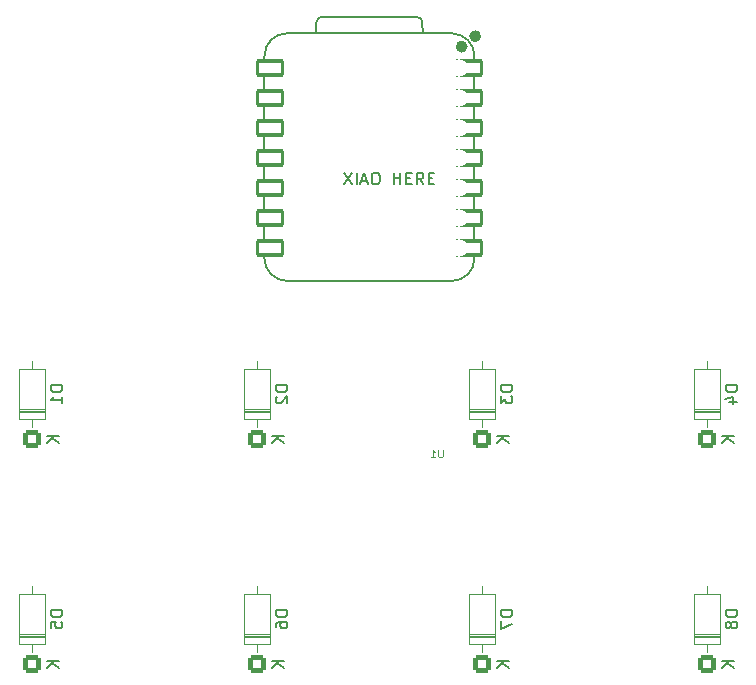
<source format=gbo>
G04 #@! TF.GenerationSoftware,KiCad,Pcbnew,9.0.2*
G04 #@! TF.CreationDate,2025-06-09T08:41:51+05:30*
G04 #@! TF.ProjectId,DevBuddy,44657642-7564-4647-992e-6b696361645f,rev?*
G04 #@! TF.SameCoordinates,Original*
G04 #@! TF.FileFunction,Legend,Bot*
G04 #@! TF.FilePolarity,Positive*
%FSLAX46Y46*%
G04 Gerber Fmt 4.6, Leading zero omitted, Abs format (unit mm)*
G04 Created by KiCad (PCBNEW 9.0.2) date 2025-06-09 08:41:51*
%MOMM*%
%LPD*%
G01*
G04 APERTURE LIST*
G04 Aperture macros list*
%AMRoundRect*
0 Rectangle with rounded corners*
0 $1 Rounding radius*
0 $2 $3 $4 $5 $6 $7 $8 $9 X,Y pos of 4 corners*
0 Add a 4 corners polygon primitive as box body*
4,1,4,$2,$3,$4,$5,$6,$7,$8,$9,$2,$3,0*
0 Add four circle primitives for the rounded corners*
1,1,$1+$1,$2,$3*
1,1,$1+$1,$4,$5*
1,1,$1+$1,$6,$7*
1,1,$1+$1,$8,$9*
0 Add four rect primitives between the rounded corners*
20,1,$1+$1,$2,$3,$4,$5,0*
20,1,$1+$1,$4,$5,$6,$7,0*
20,1,$1+$1,$6,$7,$8,$9,0*
20,1,$1+$1,$8,$9,$2,$3,0*%
G04 Aperture macros list end*
%ADD10C,0.150000*%
%ADD11C,0.101600*%
%ADD12C,0.127000*%
%ADD13C,0.100000*%
%ADD14C,0.504000*%
%ADD15C,0.120000*%
%ADD16RoundRect,0.152400X-1.063600X-0.609600X1.063600X-0.609600X1.063600X0.609600X-1.063600X0.609600X0*%
%ADD17C,1.524000*%
%ADD18RoundRect,0.152400X1.063600X0.609600X-1.063600X0.609600X-1.063600X-0.609600X1.063600X-0.609600X0*%
%ADD19R,1.700000X1.700000*%
%ADD20O,1.700000X1.700000*%
%ADD21C,2.000000*%
%ADD22R,3.200000X2.000000*%
%ADD23R,2.000000X2.000000*%
%ADD24C,2.200000*%
%ADD25C,1.700000*%
%ADD26C,4.000000*%
%ADD27C,1.600000*%
%ADD28RoundRect,0.250000X0.550000X-0.550000X0.550000X0.550000X-0.550000X0.550000X-0.550000X-0.550000X0*%
G04 APERTURE END LIST*
D10*
X119304041Y-89357319D02*
X119970707Y-90357319D01*
X119970707Y-89357319D02*
X119304041Y-90357319D01*
X120351660Y-90357319D02*
X120351660Y-89357319D01*
X120780231Y-90071604D02*
X121256421Y-90071604D01*
X120684993Y-90357319D02*
X121018326Y-89357319D01*
X121018326Y-89357319D02*
X121351659Y-90357319D01*
X121875469Y-89357319D02*
X122065945Y-89357319D01*
X122065945Y-89357319D02*
X122161183Y-89404938D01*
X122161183Y-89404938D02*
X122256421Y-89500176D01*
X122256421Y-89500176D02*
X122304040Y-89690652D01*
X122304040Y-89690652D02*
X122304040Y-90023985D01*
X122304040Y-90023985D02*
X122256421Y-90214461D01*
X122256421Y-90214461D02*
X122161183Y-90309700D01*
X122161183Y-90309700D02*
X122065945Y-90357319D01*
X122065945Y-90357319D02*
X121875469Y-90357319D01*
X121875469Y-90357319D02*
X121780231Y-90309700D01*
X121780231Y-90309700D02*
X121684993Y-90214461D01*
X121684993Y-90214461D02*
X121637374Y-90023985D01*
X121637374Y-90023985D02*
X121637374Y-89690652D01*
X121637374Y-89690652D02*
X121684993Y-89500176D01*
X121684993Y-89500176D02*
X121780231Y-89404938D01*
X121780231Y-89404938D02*
X121875469Y-89357319D01*
X123494517Y-90357319D02*
X123494517Y-89357319D01*
X123494517Y-89833509D02*
X124065945Y-89833509D01*
X124065945Y-90357319D02*
X124065945Y-89357319D01*
X124542136Y-89833509D02*
X124875469Y-89833509D01*
X125018326Y-90357319D02*
X124542136Y-90357319D01*
X124542136Y-90357319D02*
X124542136Y-89357319D01*
X124542136Y-89357319D02*
X125018326Y-89357319D01*
X126018326Y-90357319D02*
X125684993Y-89881128D01*
X125446898Y-90357319D02*
X125446898Y-89357319D01*
X125446898Y-89357319D02*
X125827850Y-89357319D01*
X125827850Y-89357319D02*
X125923088Y-89404938D01*
X125923088Y-89404938D02*
X125970707Y-89452557D01*
X125970707Y-89452557D02*
X126018326Y-89547795D01*
X126018326Y-89547795D02*
X126018326Y-89690652D01*
X126018326Y-89690652D02*
X125970707Y-89785890D01*
X125970707Y-89785890D02*
X125923088Y-89833509D01*
X125923088Y-89833509D02*
X125827850Y-89881128D01*
X125827850Y-89881128D02*
X125446898Y-89881128D01*
X126446898Y-89833509D02*
X126780231Y-89833509D01*
X126923088Y-90357319D02*
X126446898Y-90357319D01*
X126446898Y-90357319D02*
X126446898Y-89357319D01*
X126446898Y-89357319D02*
X126923088Y-89357319D01*
D11*
X127642559Y-112838479D02*
X127642559Y-113352526D01*
X127642559Y-113352526D02*
X127612321Y-113413002D01*
X127612321Y-113413002D02*
X127582083Y-113443241D01*
X127582083Y-113443241D02*
X127521607Y-113473479D01*
X127521607Y-113473479D02*
X127400654Y-113473479D01*
X127400654Y-113473479D02*
X127340178Y-113443241D01*
X127340178Y-113443241D02*
X127309940Y-113413002D01*
X127309940Y-113413002D02*
X127279702Y-113352526D01*
X127279702Y-113352526D02*
X127279702Y-112838479D01*
X126644702Y-113473479D02*
X127007559Y-113473479D01*
X126826131Y-113473479D02*
X126826131Y-112838479D01*
X126826131Y-112838479D02*
X126886607Y-112929193D01*
X126886607Y-112929193D02*
X126947083Y-112989669D01*
X126947083Y-112989669D02*
X127007559Y-113019907D01*
D10*
X95443569Y-126420655D02*
X94443569Y-126420655D01*
X94443569Y-126420655D02*
X94443569Y-126658750D01*
X94443569Y-126658750D02*
X94491188Y-126801607D01*
X94491188Y-126801607D02*
X94586426Y-126896845D01*
X94586426Y-126896845D02*
X94681664Y-126944464D01*
X94681664Y-126944464D02*
X94872140Y-126992083D01*
X94872140Y-126992083D02*
X95014997Y-126992083D01*
X95014997Y-126992083D02*
X95205473Y-126944464D01*
X95205473Y-126944464D02*
X95300711Y-126896845D01*
X95300711Y-126896845D02*
X95395950Y-126801607D01*
X95395950Y-126801607D02*
X95443569Y-126658750D01*
X95443569Y-126658750D02*
X95443569Y-126420655D01*
X94443569Y-127896845D02*
X94443569Y-127420655D01*
X94443569Y-127420655D02*
X94919759Y-127373036D01*
X94919759Y-127373036D02*
X94872140Y-127420655D01*
X94872140Y-127420655D02*
X94824521Y-127515893D01*
X94824521Y-127515893D02*
X94824521Y-127753988D01*
X94824521Y-127753988D02*
X94872140Y-127849226D01*
X94872140Y-127849226D02*
X94919759Y-127896845D01*
X94919759Y-127896845D02*
X95014997Y-127944464D01*
X95014997Y-127944464D02*
X95253092Y-127944464D01*
X95253092Y-127944464D02*
X95348330Y-127896845D01*
X95348330Y-127896845D02*
X95395950Y-127849226D01*
X95395950Y-127849226D02*
X95443569Y-127753988D01*
X95443569Y-127753988D02*
X95443569Y-127515893D01*
X95443569Y-127515893D02*
X95395950Y-127420655D01*
X95395950Y-127420655D02*
X95348330Y-127373036D01*
X95123569Y-130706845D02*
X94123569Y-130706845D01*
X95123569Y-131278273D02*
X94552140Y-130849702D01*
X94123569Y-131278273D02*
X94694997Y-130706845D01*
X114493569Y-126420655D02*
X113493569Y-126420655D01*
X113493569Y-126420655D02*
X113493569Y-126658750D01*
X113493569Y-126658750D02*
X113541188Y-126801607D01*
X113541188Y-126801607D02*
X113636426Y-126896845D01*
X113636426Y-126896845D02*
X113731664Y-126944464D01*
X113731664Y-126944464D02*
X113922140Y-126992083D01*
X113922140Y-126992083D02*
X114064997Y-126992083D01*
X114064997Y-126992083D02*
X114255473Y-126944464D01*
X114255473Y-126944464D02*
X114350711Y-126896845D01*
X114350711Y-126896845D02*
X114445950Y-126801607D01*
X114445950Y-126801607D02*
X114493569Y-126658750D01*
X114493569Y-126658750D02*
X114493569Y-126420655D01*
X113493569Y-127849226D02*
X113493569Y-127658750D01*
X113493569Y-127658750D02*
X113541188Y-127563512D01*
X113541188Y-127563512D02*
X113588807Y-127515893D01*
X113588807Y-127515893D02*
X113731664Y-127420655D01*
X113731664Y-127420655D02*
X113922140Y-127373036D01*
X113922140Y-127373036D02*
X114303092Y-127373036D01*
X114303092Y-127373036D02*
X114398330Y-127420655D01*
X114398330Y-127420655D02*
X114445950Y-127468274D01*
X114445950Y-127468274D02*
X114493569Y-127563512D01*
X114493569Y-127563512D02*
X114493569Y-127753988D01*
X114493569Y-127753988D02*
X114445950Y-127849226D01*
X114445950Y-127849226D02*
X114398330Y-127896845D01*
X114398330Y-127896845D02*
X114303092Y-127944464D01*
X114303092Y-127944464D02*
X114064997Y-127944464D01*
X114064997Y-127944464D02*
X113969759Y-127896845D01*
X113969759Y-127896845D02*
X113922140Y-127849226D01*
X113922140Y-127849226D02*
X113874521Y-127753988D01*
X113874521Y-127753988D02*
X113874521Y-127563512D01*
X113874521Y-127563512D02*
X113922140Y-127468274D01*
X113922140Y-127468274D02*
X113969759Y-127420655D01*
X113969759Y-127420655D02*
X114064997Y-127373036D01*
X114173569Y-130706845D02*
X113173569Y-130706845D01*
X114173569Y-131278273D02*
X113602140Y-130849702D01*
X113173569Y-131278273D02*
X113744997Y-130706845D01*
X152593569Y-107370655D02*
X151593569Y-107370655D01*
X151593569Y-107370655D02*
X151593569Y-107608750D01*
X151593569Y-107608750D02*
X151641188Y-107751607D01*
X151641188Y-107751607D02*
X151736426Y-107846845D01*
X151736426Y-107846845D02*
X151831664Y-107894464D01*
X151831664Y-107894464D02*
X152022140Y-107942083D01*
X152022140Y-107942083D02*
X152164997Y-107942083D01*
X152164997Y-107942083D02*
X152355473Y-107894464D01*
X152355473Y-107894464D02*
X152450711Y-107846845D01*
X152450711Y-107846845D02*
X152545950Y-107751607D01*
X152545950Y-107751607D02*
X152593569Y-107608750D01*
X152593569Y-107608750D02*
X152593569Y-107370655D01*
X151926902Y-108799226D02*
X152593569Y-108799226D01*
X151545950Y-108561131D02*
X152260235Y-108323036D01*
X152260235Y-108323036D02*
X152260235Y-108942083D01*
X152273569Y-111656845D02*
X151273569Y-111656845D01*
X152273569Y-112228273D02*
X151702140Y-111799702D01*
X151273569Y-112228273D02*
X151844997Y-111656845D01*
X152593569Y-126420655D02*
X151593569Y-126420655D01*
X151593569Y-126420655D02*
X151593569Y-126658750D01*
X151593569Y-126658750D02*
X151641188Y-126801607D01*
X151641188Y-126801607D02*
X151736426Y-126896845D01*
X151736426Y-126896845D02*
X151831664Y-126944464D01*
X151831664Y-126944464D02*
X152022140Y-126992083D01*
X152022140Y-126992083D02*
X152164997Y-126992083D01*
X152164997Y-126992083D02*
X152355473Y-126944464D01*
X152355473Y-126944464D02*
X152450711Y-126896845D01*
X152450711Y-126896845D02*
X152545950Y-126801607D01*
X152545950Y-126801607D02*
X152593569Y-126658750D01*
X152593569Y-126658750D02*
X152593569Y-126420655D01*
X152022140Y-127563512D02*
X151974521Y-127468274D01*
X151974521Y-127468274D02*
X151926902Y-127420655D01*
X151926902Y-127420655D02*
X151831664Y-127373036D01*
X151831664Y-127373036D02*
X151784045Y-127373036D01*
X151784045Y-127373036D02*
X151688807Y-127420655D01*
X151688807Y-127420655D02*
X151641188Y-127468274D01*
X151641188Y-127468274D02*
X151593569Y-127563512D01*
X151593569Y-127563512D02*
X151593569Y-127753988D01*
X151593569Y-127753988D02*
X151641188Y-127849226D01*
X151641188Y-127849226D02*
X151688807Y-127896845D01*
X151688807Y-127896845D02*
X151784045Y-127944464D01*
X151784045Y-127944464D02*
X151831664Y-127944464D01*
X151831664Y-127944464D02*
X151926902Y-127896845D01*
X151926902Y-127896845D02*
X151974521Y-127849226D01*
X151974521Y-127849226D02*
X152022140Y-127753988D01*
X152022140Y-127753988D02*
X152022140Y-127563512D01*
X152022140Y-127563512D02*
X152069759Y-127468274D01*
X152069759Y-127468274D02*
X152117378Y-127420655D01*
X152117378Y-127420655D02*
X152212616Y-127373036D01*
X152212616Y-127373036D02*
X152403092Y-127373036D01*
X152403092Y-127373036D02*
X152498330Y-127420655D01*
X152498330Y-127420655D02*
X152545950Y-127468274D01*
X152545950Y-127468274D02*
X152593569Y-127563512D01*
X152593569Y-127563512D02*
X152593569Y-127753988D01*
X152593569Y-127753988D02*
X152545950Y-127849226D01*
X152545950Y-127849226D02*
X152498330Y-127896845D01*
X152498330Y-127896845D02*
X152403092Y-127944464D01*
X152403092Y-127944464D02*
X152212616Y-127944464D01*
X152212616Y-127944464D02*
X152117378Y-127896845D01*
X152117378Y-127896845D02*
X152069759Y-127849226D01*
X152069759Y-127849226D02*
X152022140Y-127753988D01*
X152273569Y-130706845D02*
X151273569Y-130706845D01*
X152273569Y-131278273D02*
X151702140Y-130849702D01*
X151273569Y-131278273D02*
X151844997Y-130706845D01*
X133543569Y-126420655D02*
X132543569Y-126420655D01*
X132543569Y-126420655D02*
X132543569Y-126658750D01*
X132543569Y-126658750D02*
X132591188Y-126801607D01*
X132591188Y-126801607D02*
X132686426Y-126896845D01*
X132686426Y-126896845D02*
X132781664Y-126944464D01*
X132781664Y-126944464D02*
X132972140Y-126992083D01*
X132972140Y-126992083D02*
X133114997Y-126992083D01*
X133114997Y-126992083D02*
X133305473Y-126944464D01*
X133305473Y-126944464D02*
X133400711Y-126896845D01*
X133400711Y-126896845D02*
X133495950Y-126801607D01*
X133495950Y-126801607D02*
X133543569Y-126658750D01*
X133543569Y-126658750D02*
X133543569Y-126420655D01*
X132543569Y-127325417D02*
X132543569Y-127992083D01*
X132543569Y-127992083D02*
X133543569Y-127563512D01*
X133223569Y-130706845D02*
X132223569Y-130706845D01*
X133223569Y-131278273D02*
X132652140Y-130849702D01*
X132223569Y-131278273D02*
X132794997Y-130706845D01*
X133543569Y-107370655D02*
X132543569Y-107370655D01*
X132543569Y-107370655D02*
X132543569Y-107608750D01*
X132543569Y-107608750D02*
X132591188Y-107751607D01*
X132591188Y-107751607D02*
X132686426Y-107846845D01*
X132686426Y-107846845D02*
X132781664Y-107894464D01*
X132781664Y-107894464D02*
X132972140Y-107942083D01*
X132972140Y-107942083D02*
X133114997Y-107942083D01*
X133114997Y-107942083D02*
X133305473Y-107894464D01*
X133305473Y-107894464D02*
X133400711Y-107846845D01*
X133400711Y-107846845D02*
X133495950Y-107751607D01*
X133495950Y-107751607D02*
X133543569Y-107608750D01*
X133543569Y-107608750D02*
X133543569Y-107370655D01*
X132543569Y-108275417D02*
X132543569Y-108894464D01*
X132543569Y-108894464D02*
X132924521Y-108561131D01*
X132924521Y-108561131D02*
X132924521Y-108703988D01*
X132924521Y-108703988D02*
X132972140Y-108799226D01*
X132972140Y-108799226D02*
X133019759Y-108846845D01*
X133019759Y-108846845D02*
X133114997Y-108894464D01*
X133114997Y-108894464D02*
X133353092Y-108894464D01*
X133353092Y-108894464D02*
X133448330Y-108846845D01*
X133448330Y-108846845D02*
X133495950Y-108799226D01*
X133495950Y-108799226D02*
X133543569Y-108703988D01*
X133543569Y-108703988D02*
X133543569Y-108418274D01*
X133543569Y-108418274D02*
X133495950Y-108323036D01*
X133495950Y-108323036D02*
X133448330Y-108275417D01*
X133223569Y-111656845D02*
X132223569Y-111656845D01*
X133223569Y-112228273D02*
X132652140Y-111799702D01*
X132223569Y-112228273D02*
X132794997Y-111656845D01*
X114493569Y-107370655D02*
X113493569Y-107370655D01*
X113493569Y-107370655D02*
X113493569Y-107608750D01*
X113493569Y-107608750D02*
X113541188Y-107751607D01*
X113541188Y-107751607D02*
X113636426Y-107846845D01*
X113636426Y-107846845D02*
X113731664Y-107894464D01*
X113731664Y-107894464D02*
X113922140Y-107942083D01*
X113922140Y-107942083D02*
X114064997Y-107942083D01*
X114064997Y-107942083D02*
X114255473Y-107894464D01*
X114255473Y-107894464D02*
X114350711Y-107846845D01*
X114350711Y-107846845D02*
X114445950Y-107751607D01*
X114445950Y-107751607D02*
X114493569Y-107608750D01*
X114493569Y-107608750D02*
X114493569Y-107370655D01*
X113588807Y-108323036D02*
X113541188Y-108370655D01*
X113541188Y-108370655D02*
X113493569Y-108465893D01*
X113493569Y-108465893D02*
X113493569Y-108703988D01*
X113493569Y-108703988D02*
X113541188Y-108799226D01*
X113541188Y-108799226D02*
X113588807Y-108846845D01*
X113588807Y-108846845D02*
X113684045Y-108894464D01*
X113684045Y-108894464D02*
X113779283Y-108894464D01*
X113779283Y-108894464D02*
X113922140Y-108846845D01*
X113922140Y-108846845D02*
X114493569Y-108275417D01*
X114493569Y-108275417D02*
X114493569Y-108894464D01*
X114173569Y-111656845D02*
X113173569Y-111656845D01*
X114173569Y-112228273D02*
X113602140Y-111799702D01*
X113173569Y-112228273D02*
X113744997Y-111656845D01*
X95443569Y-107370655D02*
X94443569Y-107370655D01*
X94443569Y-107370655D02*
X94443569Y-107608750D01*
X94443569Y-107608750D02*
X94491188Y-107751607D01*
X94491188Y-107751607D02*
X94586426Y-107846845D01*
X94586426Y-107846845D02*
X94681664Y-107894464D01*
X94681664Y-107894464D02*
X94872140Y-107942083D01*
X94872140Y-107942083D02*
X95014997Y-107942083D01*
X95014997Y-107942083D02*
X95205473Y-107894464D01*
X95205473Y-107894464D02*
X95300711Y-107846845D01*
X95300711Y-107846845D02*
X95395950Y-107751607D01*
X95395950Y-107751607D02*
X95443569Y-107608750D01*
X95443569Y-107608750D02*
X95443569Y-107370655D01*
X95443569Y-108894464D02*
X95443569Y-108323036D01*
X95443569Y-108608750D02*
X94443569Y-108608750D01*
X94443569Y-108608750D02*
X94586426Y-108513512D01*
X94586426Y-108513512D02*
X94681664Y-108418274D01*
X94681664Y-108418274D02*
X94729283Y-108323036D01*
X95123569Y-111656845D02*
X94123569Y-111656845D01*
X95123569Y-112228273D02*
X94552140Y-111799702D01*
X94123569Y-112228273D02*
X94694997Y-111656845D01*
D12*
G04 #@! TO.C,U1*
X130333750Y-96615250D02*
X130333750Y-79470250D01*
X128428750Y-98520250D02*
X114458750Y-98520250D01*
X125938750Y-77565250D02*
X125935022Y-76654978D01*
X125435022Y-76155250D02*
X117439750Y-76155250D01*
X116939750Y-76655250D02*
X116939750Y-77565250D01*
D13*
X114458750Y-77565250D02*
X128428750Y-77565250D01*
D12*
X114458750Y-77565250D02*
X128428750Y-77565250D01*
X112553750Y-96615250D02*
X112553750Y-79470250D01*
X128428750Y-77565250D02*
G75*
G02*
X130333750Y-79470250I-1J-1905001D01*
G01*
X130333750Y-96615250D02*
G75*
G02*
X128428750Y-98520250I-1905001J1D01*
G01*
X125435022Y-76155250D02*
G75*
G02*
X125935023Y-76654978I-18J-500019D01*
G01*
X116939750Y-76655250D02*
G75*
G02*
X117439750Y-76155250I500000J0D01*
G01*
X112553750Y-79470250D02*
G75*
G02*
X114458750Y-77565250I1905000J0D01*
G01*
X114458750Y-98520250D02*
G75*
G02*
X112553750Y-96615250I0J1905000D01*
G01*
D14*
X130645750Y-77806250D02*
G75*
G02*
X130141750Y-77806250I-252000J0D01*
G01*
X130141750Y-77806250D02*
G75*
G02*
X130645750Y-77806250I252000J0D01*
G01*
X129502750Y-78686250D02*
G75*
G02*
X128998750Y-78686250I-252000J0D01*
G01*
X128998750Y-78686250D02*
G75*
G02*
X129502750Y-78686250I252000J0D01*
G01*
G04 #@! TO.C,D5*
D15*
X93988750Y-129278750D02*
X91748750Y-129278750D01*
X91748750Y-125038750D01*
X93988750Y-125038750D01*
X93988750Y-129278750D01*
X92868750Y-124388750D02*
X92868750Y-125038750D01*
X93988750Y-128438750D02*
X91748750Y-128438750D01*
X93988750Y-128558750D02*
X91748750Y-128558750D01*
X93988750Y-128678750D02*
X91748750Y-128678750D01*
X92868750Y-129928750D02*
X92868750Y-129278750D01*
G04 #@! TO.C,D6*
X113038750Y-129278750D02*
X110798750Y-129278750D01*
X110798750Y-125038750D01*
X113038750Y-125038750D01*
X113038750Y-129278750D01*
X111918750Y-124388750D02*
X111918750Y-125038750D01*
X113038750Y-128438750D02*
X110798750Y-128438750D01*
X113038750Y-128558750D02*
X110798750Y-128558750D01*
X113038750Y-128678750D02*
X110798750Y-128678750D01*
X111918750Y-129928750D02*
X111918750Y-129278750D01*
G04 #@! TO.C,D4*
X151138750Y-110228750D02*
X148898750Y-110228750D01*
X148898750Y-105988750D01*
X151138750Y-105988750D01*
X151138750Y-110228750D01*
X150018750Y-105338750D02*
X150018750Y-105988750D01*
X151138750Y-109388750D02*
X148898750Y-109388750D01*
X151138750Y-109508750D02*
X148898750Y-109508750D01*
X151138750Y-109628750D02*
X148898750Y-109628750D01*
X150018750Y-110878750D02*
X150018750Y-110228750D01*
G04 #@! TO.C,D8*
X151138750Y-129278750D02*
X148898750Y-129278750D01*
X148898750Y-125038750D01*
X151138750Y-125038750D01*
X151138750Y-129278750D01*
X150018750Y-124388750D02*
X150018750Y-125038750D01*
X151138750Y-128438750D02*
X148898750Y-128438750D01*
X151138750Y-128558750D02*
X148898750Y-128558750D01*
X151138750Y-128678750D02*
X148898750Y-128678750D01*
X150018750Y-129928750D02*
X150018750Y-129278750D01*
G04 #@! TO.C,D7*
X132088750Y-129278750D02*
X129848750Y-129278750D01*
X129848750Y-125038750D01*
X132088750Y-125038750D01*
X132088750Y-129278750D01*
X130968750Y-124388750D02*
X130968750Y-125038750D01*
X132088750Y-128438750D02*
X129848750Y-128438750D01*
X132088750Y-128558750D02*
X129848750Y-128558750D01*
X132088750Y-128678750D02*
X129848750Y-128678750D01*
X130968750Y-129928750D02*
X130968750Y-129278750D01*
G04 #@! TO.C,D3*
X130968750Y-110878750D02*
X130968750Y-110228750D01*
X132088750Y-109628750D02*
X129848750Y-109628750D01*
X132088750Y-109508750D02*
X129848750Y-109508750D01*
X132088750Y-109388750D02*
X129848750Y-109388750D01*
X130968750Y-105338750D02*
X130968750Y-105988750D01*
X132088750Y-110228750D02*
X129848750Y-110228750D01*
X129848750Y-105988750D01*
X132088750Y-105988750D01*
X132088750Y-110228750D01*
G04 #@! TO.C,D2*
X111918750Y-110878750D02*
X111918750Y-110228750D01*
X113038750Y-109628750D02*
X110798750Y-109628750D01*
X113038750Y-109508750D02*
X110798750Y-109508750D01*
X113038750Y-109388750D02*
X110798750Y-109388750D01*
X111918750Y-105338750D02*
X111918750Y-105988750D01*
X113038750Y-110228750D02*
X110798750Y-110228750D01*
X110798750Y-105988750D01*
X113038750Y-105988750D01*
X113038750Y-110228750D01*
G04 #@! TO.C,D1*
X92868750Y-110878750D02*
X92868750Y-110228750D01*
X93988750Y-109628750D02*
X91748750Y-109628750D01*
X93988750Y-109508750D02*
X91748750Y-109508750D01*
X93988750Y-109388750D02*
X91748750Y-109388750D01*
X92868750Y-105338750D02*
X92868750Y-105988750D01*
X93988750Y-110228750D02*
X91748750Y-110228750D01*
X91748750Y-105988750D01*
X93988750Y-105988750D01*
X93988750Y-110228750D01*
G04 #@! TD*
%LPC*%
D16*
G04 #@! TO.C,U1*
X129898750Y-80486250D03*
D17*
X129063750Y-80486250D03*
D16*
X129898750Y-83026250D03*
D17*
X129063750Y-83026250D03*
D16*
X129898750Y-85566250D03*
D17*
X129063750Y-85566250D03*
D16*
X129898750Y-88106250D03*
D17*
X129063750Y-88106250D03*
D16*
X129898750Y-90646250D03*
D17*
X129063750Y-90646250D03*
D16*
X129898750Y-93186250D03*
D17*
X129063750Y-93186250D03*
D16*
X129898750Y-95726250D03*
D17*
X129063750Y-95726250D03*
X113823750Y-95726250D03*
D18*
X112988750Y-95726250D03*
D17*
X113823750Y-93186250D03*
D18*
X112988750Y-93186250D03*
D17*
X113823750Y-90646250D03*
D18*
X112988750Y-90646250D03*
D17*
X113823750Y-88106250D03*
D18*
X112988750Y-88106250D03*
D17*
X113823750Y-85566250D03*
D18*
X112988750Y-85566250D03*
D17*
X113823750Y-83026250D03*
D18*
X112988750Y-83026250D03*
D17*
X113823750Y-80486250D03*
D18*
X112988750Y-80486250D03*
G04 #@! TD*
D19*
G04 #@! TO.C,J1*
X167633750Y-84411250D03*
D20*
X167633750Y-86951250D03*
X167633750Y-89491250D03*
X167633750Y-92031250D03*
G04 #@! TD*
D21*
G04 #@! TO.C,SW15*
X95143750Y-85606250D03*
X95143750Y-90606250D03*
D22*
X102143750Y-82506250D03*
X102143750Y-93706250D03*
D21*
X109643750Y-85606250D03*
X109643750Y-88106250D03*
D23*
X109643750Y-90606250D03*
G04 #@! TD*
D24*
G04 #@! TO.C,SW7*
X136683750Y-123666250D03*
X143033750Y-121126250D03*
D25*
X145573750Y-126206250D03*
D26*
X140493750Y-126206250D03*
D25*
X135413750Y-126206250D03*
G04 #@! TD*
D27*
G04 #@! TO.C,D5*
X92868750Y-123348750D03*
D28*
X92868750Y-130968750D03*
G04 #@! TD*
D27*
G04 #@! TO.C,D6*
X111918750Y-123348750D03*
D28*
X111918750Y-130968750D03*
G04 #@! TD*
D27*
G04 #@! TO.C,D4*
X150018750Y-104298750D03*
D28*
X150018750Y-111918750D03*
G04 #@! TD*
D27*
G04 #@! TO.C,D8*
X150018750Y-123348750D03*
D28*
X150018750Y-130968750D03*
G04 #@! TD*
D27*
G04 #@! TO.C,D7*
X130968750Y-123348750D03*
D28*
X130968750Y-130968750D03*
G04 #@! TD*
D24*
G04 #@! TO.C,SW1*
X98583750Y-104616250D03*
X104933750Y-102076250D03*
D25*
X107473750Y-107156250D03*
D26*
X102393750Y-107156250D03*
D25*
X97313750Y-107156250D03*
G04 #@! TD*
G04 #@! TO.C,SW8*
X154463750Y-126206250D03*
D26*
X159543750Y-126206250D03*
D25*
X164623750Y-126206250D03*
D24*
X162083750Y-121126250D03*
X155733750Y-123666250D03*
G04 #@! TD*
D25*
G04 #@! TO.C,SW6*
X116363750Y-126206250D03*
D26*
X121443750Y-126206250D03*
D25*
X126523750Y-126206250D03*
D24*
X123983750Y-121126250D03*
X117633750Y-123666250D03*
G04 #@! TD*
D25*
G04 #@! TO.C,SW5*
X97313750Y-126206250D03*
D26*
X102393750Y-126206250D03*
D25*
X107473750Y-126206250D03*
D24*
X104933750Y-121126250D03*
X98583750Y-123666250D03*
G04 #@! TD*
D25*
G04 #@! TO.C,SW4*
X154463750Y-107156250D03*
D26*
X159543750Y-107156250D03*
D25*
X164623750Y-107156250D03*
D24*
X162083750Y-102076250D03*
X155733750Y-104616250D03*
G04 #@! TD*
D25*
G04 #@! TO.C,SW3*
X135413750Y-107156250D03*
D26*
X140493750Y-107156250D03*
D25*
X145573750Y-107156250D03*
D24*
X143033750Y-102076250D03*
X136683750Y-104616250D03*
G04 #@! TD*
D25*
G04 #@! TO.C,SW2*
X116363750Y-107156250D03*
D26*
X121443750Y-107156250D03*
D25*
X126523750Y-107156250D03*
D24*
X123983750Y-102076250D03*
X117633750Y-104616250D03*
G04 #@! TD*
D28*
G04 #@! TO.C,D3*
X130968750Y-111918750D03*
D27*
X130968750Y-104298750D03*
G04 #@! TD*
D28*
G04 #@! TO.C,D2*
X111918750Y-111918750D03*
D27*
X111918750Y-104298750D03*
G04 #@! TD*
D28*
G04 #@! TO.C,D1*
X92868750Y-111918750D03*
D27*
X92868750Y-104298750D03*
G04 #@! TD*
%LPD*%
M02*

</source>
